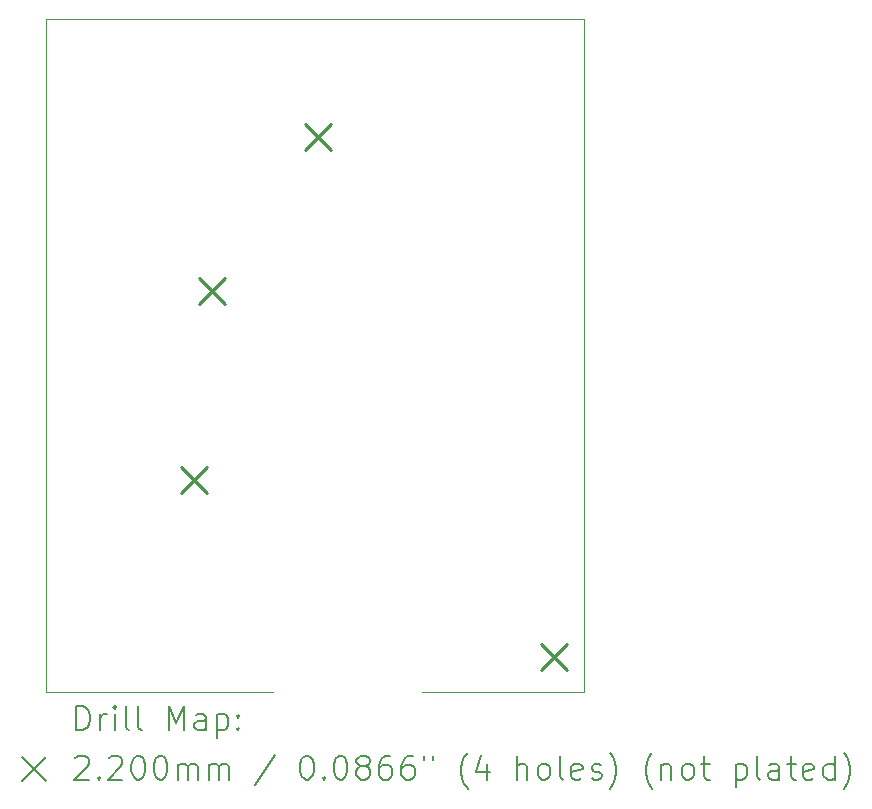
<source format=gbr>
%TF.GenerationSoftware,KiCad,Pcbnew,7.0.9-7.0.9~ubuntu22.04.1*%
%TF.CreationDate,2023-12-02T23:02:14+03:00*%
%TF.ProjectId,air-detector,6169722d-6465-4746-9563-746f722e6b69,rev?*%
%TF.SameCoordinates,Original*%
%TF.FileFunction,Drillmap*%
%TF.FilePolarity,Positive*%
%FSLAX45Y45*%
G04 Gerber Fmt 4.5, Leading zero omitted, Abs format (unit mm)*
G04 Created by KiCad (PCBNEW 7.0.9-7.0.9~ubuntu22.04.1) date 2023-12-02 23:02:14*
%MOMM*%
%LPD*%
G01*
G04 APERTURE LIST*
%ADD10C,0.100000*%
%ADD11C,0.200000*%
%ADD12C,0.220000*%
G04 APERTURE END LIST*
D10*
X6500000Y-3200000D02*
X6500000Y-8900000D01*
X11050000Y-8900000D02*
X11050000Y-3200000D01*
X11050000Y-3200000D02*
X6500000Y-3200000D01*
X6500000Y-8900000D02*
X8420000Y-8900000D01*
X9680000Y-8900000D02*
X11050000Y-8900000D01*
D11*
D12*
X7640000Y-6990000D02*
X7860000Y-7210000D01*
X7860000Y-6990000D02*
X7640000Y-7210000D01*
X7790000Y-5390000D02*
X8010000Y-5610000D01*
X8010000Y-5390000D02*
X7790000Y-5610000D01*
X8690000Y-4090000D02*
X8910000Y-4310000D01*
X8910000Y-4090000D02*
X8690000Y-4310000D01*
X10690000Y-8490000D02*
X10910000Y-8710000D01*
X10910000Y-8490000D02*
X10690000Y-8710000D01*
D11*
X6755777Y-9217484D02*
X6755777Y-9017484D01*
X6755777Y-9017484D02*
X6803396Y-9017484D01*
X6803396Y-9017484D02*
X6831967Y-9027008D01*
X6831967Y-9027008D02*
X6851015Y-9046055D01*
X6851015Y-9046055D02*
X6860539Y-9065103D01*
X6860539Y-9065103D02*
X6870062Y-9103198D01*
X6870062Y-9103198D02*
X6870062Y-9131770D01*
X6870062Y-9131770D02*
X6860539Y-9169865D01*
X6860539Y-9169865D02*
X6851015Y-9188912D01*
X6851015Y-9188912D02*
X6831967Y-9207960D01*
X6831967Y-9207960D02*
X6803396Y-9217484D01*
X6803396Y-9217484D02*
X6755777Y-9217484D01*
X6955777Y-9217484D02*
X6955777Y-9084150D01*
X6955777Y-9122246D02*
X6965301Y-9103198D01*
X6965301Y-9103198D02*
X6974824Y-9093674D01*
X6974824Y-9093674D02*
X6993872Y-9084150D01*
X6993872Y-9084150D02*
X7012920Y-9084150D01*
X7079586Y-9217484D02*
X7079586Y-9084150D01*
X7079586Y-9017484D02*
X7070062Y-9027008D01*
X7070062Y-9027008D02*
X7079586Y-9036531D01*
X7079586Y-9036531D02*
X7089110Y-9027008D01*
X7089110Y-9027008D02*
X7079586Y-9017484D01*
X7079586Y-9017484D02*
X7079586Y-9036531D01*
X7203396Y-9217484D02*
X7184348Y-9207960D01*
X7184348Y-9207960D02*
X7174824Y-9188912D01*
X7174824Y-9188912D02*
X7174824Y-9017484D01*
X7308158Y-9217484D02*
X7289110Y-9207960D01*
X7289110Y-9207960D02*
X7279586Y-9188912D01*
X7279586Y-9188912D02*
X7279586Y-9017484D01*
X7536729Y-9217484D02*
X7536729Y-9017484D01*
X7536729Y-9017484D02*
X7603396Y-9160341D01*
X7603396Y-9160341D02*
X7670062Y-9017484D01*
X7670062Y-9017484D02*
X7670062Y-9217484D01*
X7851015Y-9217484D02*
X7851015Y-9112722D01*
X7851015Y-9112722D02*
X7841491Y-9093674D01*
X7841491Y-9093674D02*
X7822443Y-9084150D01*
X7822443Y-9084150D02*
X7784348Y-9084150D01*
X7784348Y-9084150D02*
X7765301Y-9093674D01*
X7851015Y-9207960D02*
X7831967Y-9217484D01*
X7831967Y-9217484D02*
X7784348Y-9217484D01*
X7784348Y-9217484D02*
X7765301Y-9207960D01*
X7765301Y-9207960D02*
X7755777Y-9188912D01*
X7755777Y-9188912D02*
X7755777Y-9169865D01*
X7755777Y-9169865D02*
X7765301Y-9150817D01*
X7765301Y-9150817D02*
X7784348Y-9141293D01*
X7784348Y-9141293D02*
X7831967Y-9141293D01*
X7831967Y-9141293D02*
X7851015Y-9131770D01*
X7946253Y-9084150D02*
X7946253Y-9284150D01*
X7946253Y-9093674D02*
X7965301Y-9084150D01*
X7965301Y-9084150D02*
X8003396Y-9084150D01*
X8003396Y-9084150D02*
X8022443Y-9093674D01*
X8022443Y-9093674D02*
X8031967Y-9103198D01*
X8031967Y-9103198D02*
X8041491Y-9122246D01*
X8041491Y-9122246D02*
X8041491Y-9179389D01*
X8041491Y-9179389D02*
X8031967Y-9198436D01*
X8031967Y-9198436D02*
X8022443Y-9207960D01*
X8022443Y-9207960D02*
X8003396Y-9217484D01*
X8003396Y-9217484D02*
X7965301Y-9217484D01*
X7965301Y-9217484D02*
X7946253Y-9207960D01*
X8127205Y-9198436D02*
X8136729Y-9207960D01*
X8136729Y-9207960D02*
X8127205Y-9217484D01*
X8127205Y-9217484D02*
X8117682Y-9207960D01*
X8117682Y-9207960D02*
X8127205Y-9198436D01*
X8127205Y-9198436D02*
X8127205Y-9217484D01*
X8127205Y-9093674D02*
X8136729Y-9103198D01*
X8136729Y-9103198D02*
X8127205Y-9112722D01*
X8127205Y-9112722D02*
X8117682Y-9103198D01*
X8117682Y-9103198D02*
X8127205Y-9093674D01*
X8127205Y-9093674D02*
X8127205Y-9112722D01*
X6295000Y-9446000D02*
X6495000Y-9646000D01*
X6495000Y-9446000D02*
X6295000Y-9646000D01*
X6746253Y-9456531D02*
X6755777Y-9447008D01*
X6755777Y-9447008D02*
X6774824Y-9437484D01*
X6774824Y-9437484D02*
X6822443Y-9437484D01*
X6822443Y-9437484D02*
X6841491Y-9447008D01*
X6841491Y-9447008D02*
X6851015Y-9456531D01*
X6851015Y-9456531D02*
X6860539Y-9475579D01*
X6860539Y-9475579D02*
X6860539Y-9494627D01*
X6860539Y-9494627D02*
X6851015Y-9523198D01*
X6851015Y-9523198D02*
X6736729Y-9637484D01*
X6736729Y-9637484D02*
X6860539Y-9637484D01*
X6946253Y-9618436D02*
X6955777Y-9627960D01*
X6955777Y-9627960D02*
X6946253Y-9637484D01*
X6946253Y-9637484D02*
X6936729Y-9627960D01*
X6936729Y-9627960D02*
X6946253Y-9618436D01*
X6946253Y-9618436D02*
X6946253Y-9637484D01*
X7031967Y-9456531D02*
X7041491Y-9447008D01*
X7041491Y-9447008D02*
X7060539Y-9437484D01*
X7060539Y-9437484D02*
X7108158Y-9437484D01*
X7108158Y-9437484D02*
X7127205Y-9447008D01*
X7127205Y-9447008D02*
X7136729Y-9456531D01*
X7136729Y-9456531D02*
X7146253Y-9475579D01*
X7146253Y-9475579D02*
X7146253Y-9494627D01*
X7146253Y-9494627D02*
X7136729Y-9523198D01*
X7136729Y-9523198D02*
X7022443Y-9637484D01*
X7022443Y-9637484D02*
X7146253Y-9637484D01*
X7270062Y-9437484D02*
X7289110Y-9437484D01*
X7289110Y-9437484D02*
X7308158Y-9447008D01*
X7308158Y-9447008D02*
X7317682Y-9456531D01*
X7317682Y-9456531D02*
X7327205Y-9475579D01*
X7327205Y-9475579D02*
X7336729Y-9513674D01*
X7336729Y-9513674D02*
X7336729Y-9561293D01*
X7336729Y-9561293D02*
X7327205Y-9599389D01*
X7327205Y-9599389D02*
X7317682Y-9618436D01*
X7317682Y-9618436D02*
X7308158Y-9627960D01*
X7308158Y-9627960D02*
X7289110Y-9637484D01*
X7289110Y-9637484D02*
X7270062Y-9637484D01*
X7270062Y-9637484D02*
X7251015Y-9627960D01*
X7251015Y-9627960D02*
X7241491Y-9618436D01*
X7241491Y-9618436D02*
X7231967Y-9599389D01*
X7231967Y-9599389D02*
X7222443Y-9561293D01*
X7222443Y-9561293D02*
X7222443Y-9513674D01*
X7222443Y-9513674D02*
X7231967Y-9475579D01*
X7231967Y-9475579D02*
X7241491Y-9456531D01*
X7241491Y-9456531D02*
X7251015Y-9447008D01*
X7251015Y-9447008D02*
X7270062Y-9437484D01*
X7460539Y-9437484D02*
X7479586Y-9437484D01*
X7479586Y-9437484D02*
X7498634Y-9447008D01*
X7498634Y-9447008D02*
X7508158Y-9456531D01*
X7508158Y-9456531D02*
X7517682Y-9475579D01*
X7517682Y-9475579D02*
X7527205Y-9513674D01*
X7527205Y-9513674D02*
X7527205Y-9561293D01*
X7527205Y-9561293D02*
X7517682Y-9599389D01*
X7517682Y-9599389D02*
X7508158Y-9618436D01*
X7508158Y-9618436D02*
X7498634Y-9627960D01*
X7498634Y-9627960D02*
X7479586Y-9637484D01*
X7479586Y-9637484D02*
X7460539Y-9637484D01*
X7460539Y-9637484D02*
X7441491Y-9627960D01*
X7441491Y-9627960D02*
X7431967Y-9618436D01*
X7431967Y-9618436D02*
X7422443Y-9599389D01*
X7422443Y-9599389D02*
X7412920Y-9561293D01*
X7412920Y-9561293D02*
X7412920Y-9513674D01*
X7412920Y-9513674D02*
X7422443Y-9475579D01*
X7422443Y-9475579D02*
X7431967Y-9456531D01*
X7431967Y-9456531D02*
X7441491Y-9447008D01*
X7441491Y-9447008D02*
X7460539Y-9437484D01*
X7612920Y-9637484D02*
X7612920Y-9504150D01*
X7612920Y-9523198D02*
X7622443Y-9513674D01*
X7622443Y-9513674D02*
X7641491Y-9504150D01*
X7641491Y-9504150D02*
X7670063Y-9504150D01*
X7670063Y-9504150D02*
X7689110Y-9513674D01*
X7689110Y-9513674D02*
X7698634Y-9532722D01*
X7698634Y-9532722D02*
X7698634Y-9637484D01*
X7698634Y-9532722D02*
X7708158Y-9513674D01*
X7708158Y-9513674D02*
X7727205Y-9504150D01*
X7727205Y-9504150D02*
X7755777Y-9504150D01*
X7755777Y-9504150D02*
X7774824Y-9513674D01*
X7774824Y-9513674D02*
X7784348Y-9532722D01*
X7784348Y-9532722D02*
X7784348Y-9637484D01*
X7879586Y-9637484D02*
X7879586Y-9504150D01*
X7879586Y-9523198D02*
X7889110Y-9513674D01*
X7889110Y-9513674D02*
X7908158Y-9504150D01*
X7908158Y-9504150D02*
X7936729Y-9504150D01*
X7936729Y-9504150D02*
X7955777Y-9513674D01*
X7955777Y-9513674D02*
X7965301Y-9532722D01*
X7965301Y-9532722D02*
X7965301Y-9637484D01*
X7965301Y-9532722D02*
X7974824Y-9513674D01*
X7974824Y-9513674D02*
X7993872Y-9504150D01*
X7993872Y-9504150D02*
X8022443Y-9504150D01*
X8022443Y-9504150D02*
X8041491Y-9513674D01*
X8041491Y-9513674D02*
X8051015Y-9532722D01*
X8051015Y-9532722D02*
X8051015Y-9637484D01*
X8441491Y-9427960D02*
X8270063Y-9685103D01*
X8698634Y-9437484D02*
X8717682Y-9437484D01*
X8717682Y-9437484D02*
X8736729Y-9447008D01*
X8736729Y-9447008D02*
X8746253Y-9456531D01*
X8746253Y-9456531D02*
X8755777Y-9475579D01*
X8755777Y-9475579D02*
X8765301Y-9513674D01*
X8765301Y-9513674D02*
X8765301Y-9561293D01*
X8765301Y-9561293D02*
X8755777Y-9599389D01*
X8755777Y-9599389D02*
X8746253Y-9618436D01*
X8746253Y-9618436D02*
X8736729Y-9627960D01*
X8736729Y-9627960D02*
X8717682Y-9637484D01*
X8717682Y-9637484D02*
X8698634Y-9637484D01*
X8698634Y-9637484D02*
X8679587Y-9627960D01*
X8679587Y-9627960D02*
X8670063Y-9618436D01*
X8670063Y-9618436D02*
X8660539Y-9599389D01*
X8660539Y-9599389D02*
X8651015Y-9561293D01*
X8651015Y-9561293D02*
X8651015Y-9513674D01*
X8651015Y-9513674D02*
X8660539Y-9475579D01*
X8660539Y-9475579D02*
X8670063Y-9456531D01*
X8670063Y-9456531D02*
X8679587Y-9447008D01*
X8679587Y-9447008D02*
X8698634Y-9437484D01*
X8851015Y-9618436D02*
X8860539Y-9627960D01*
X8860539Y-9627960D02*
X8851015Y-9637484D01*
X8851015Y-9637484D02*
X8841491Y-9627960D01*
X8841491Y-9627960D02*
X8851015Y-9618436D01*
X8851015Y-9618436D02*
X8851015Y-9637484D01*
X8984348Y-9437484D02*
X9003396Y-9437484D01*
X9003396Y-9437484D02*
X9022444Y-9447008D01*
X9022444Y-9447008D02*
X9031968Y-9456531D01*
X9031968Y-9456531D02*
X9041491Y-9475579D01*
X9041491Y-9475579D02*
X9051015Y-9513674D01*
X9051015Y-9513674D02*
X9051015Y-9561293D01*
X9051015Y-9561293D02*
X9041491Y-9599389D01*
X9041491Y-9599389D02*
X9031968Y-9618436D01*
X9031968Y-9618436D02*
X9022444Y-9627960D01*
X9022444Y-9627960D02*
X9003396Y-9637484D01*
X9003396Y-9637484D02*
X8984348Y-9637484D01*
X8984348Y-9637484D02*
X8965301Y-9627960D01*
X8965301Y-9627960D02*
X8955777Y-9618436D01*
X8955777Y-9618436D02*
X8946253Y-9599389D01*
X8946253Y-9599389D02*
X8936729Y-9561293D01*
X8936729Y-9561293D02*
X8936729Y-9513674D01*
X8936729Y-9513674D02*
X8946253Y-9475579D01*
X8946253Y-9475579D02*
X8955777Y-9456531D01*
X8955777Y-9456531D02*
X8965301Y-9447008D01*
X8965301Y-9447008D02*
X8984348Y-9437484D01*
X9165301Y-9523198D02*
X9146253Y-9513674D01*
X9146253Y-9513674D02*
X9136729Y-9504150D01*
X9136729Y-9504150D02*
X9127206Y-9485103D01*
X9127206Y-9485103D02*
X9127206Y-9475579D01*
X9127206Y-9475579D02*
X9136729Y-9456531D01*
X9136729Y-9456531D02*
X9146253Y-9447008D01*
X9146253Y-9447008D02*
X9165301Y-9437484D01*
X9165301Y-9437484D02*
X9203396Y-9437484D01*
X9203396Y-9437484D02*
X9222444Y-9447008D01*
X9222444Y-9447008D02*
X9231968Y-9456531D01*
X9231968Y-9456531D02*
X9241491Y-9475579D01*
X9241491Y-9475579D02*
X9241491Y-9485103D01*
X9241491Y-9485103D02*
X9231968Y-9504150D01*
X9231968Y-9504150D02*
X9222444Y-9513674D01*
X9222444Y-9513674D02*
X9203396Y-9523198D01*
X9203396Y-9523198D02*
X9165301Y-9523198D01*
X9165301Y-9523198D02*
X9146253Y-9532722D01*
X9146253Y-9532722D02*
X9136729Y-9542246D01*
X9136729Y-9542246D02*
X9127206Y-9561293D01*
X9127206Y-9561293D02*
X9127206Y-9599389D01*
X9127206Y-9599389D02*
X9136729Y-9618436D01*
X9136729Y-9618436D02*
X9146253Y-9627960D01*
X9146253Y-9627960D02*
X9165301Y-9637484D01*
X9165301Y-9637484D02*
X9203396Y-9637484D01*
X9203396Y-9637484D02*
X9222444Y-9627960D01*
X9222444Y-9627960D02*
X9231968Y-9618436D01*
X9231968Y-9618436D02*
X9241491Y-9599389D01*
X9241491Y-9599389D02*
X9241491Y-9561293D01*
X9241491Y-9561293D02*
X9231968Y-9542246D01*
X9231968Y-9542246D02*
X9222444Y-9532722D01*
X9222444Y-9532722D02*
X9203396Y-9523198D01*
X9412920Y-9437484D02*
X9374825Y-9437484D01*
X9374825Y-9437484D02*
X9355777Y-9447008D01*
X9355777Y-9447008D02*
X9346253Y-9456531D01*
X9346253Y-9456531D02*
X9327206Y-9485103D01*
X9327206Y-9485103D02*
X9317682Y-9523198D01*
X9317682Y-9523198D02*
X9317682Y-9599389D01*
X9317682Y-9599389D02*
X9327206Y-9618436D01*
X9327206Y-9618436D02*
X9336729Y-9627960D01*
X9336729Y-9627960D02*
X9355777Y-9637484D01*
X9355777Y-9637484D02*
X9393872Y-9637484D01*
X9393872Y-9637484D02*
X9412920Y-9627960D01*
X9412920Y-9627960D02*
X9422444Y-9618436D01*
X9422444Y-9618436D02*
X9431968Y-9599389D01*
X9431968Y-9599389D02*
X9431968Y-9551770D01*
X9431968Y-9551770D02*
X9422444Y-9532722D01*
X9422444Y-9532722D02*
X9412920Y-9523198D01*
X9412920Y-9523198D02*
X9393872Y-9513674D01*
X9393872Y-9513674D02*
X9355777Y-9513674D01*
X9355777Y-9513674D02*
X9336729Y-9523198D01*
X9336729Y-9523198D02*
X9327206Y-9532722D01*
X9327206Y-9532722D02*
X9317682Y-9551770D01*
X9603396Y-9437484D02*
X9565301Y-9437484D01*
X9565301Y-9437484D02*
X9546253Y-9447008D01*
X9546253Y-9447008D02*
X9536729Y-9456531D01*
X9536729Y-9456531D02*
X9517682Y-9485103D01*
X9517682Y-9485103D02*
X9508158Y-9523198D01*
X9508158Y-9523198D02*
X9508158Y-9599389D01*
X9508158Y-9599389D02*
X9517682Y-9618436D01*
X9517682Y-9618436D02*
X9527206Y-9627960D01*
X9527206Y-9627960D02*
X9546253Y-9637484D01*
X9546253Y-9637484D02*
X9584349Y-9637484D01*
X9584349Y-9637484D02*
X9603396Y-9627960D01*
X9603396Y-9627960D02*
X9612920Y-9618436D01*
X9612920Y-9618436D02*
X9622444Y-9599389D01*
X9622444Y-9599389D02*
X9622444Y-9551770D01*
X9622444Y-9551770D02*
X9612920Y-9532722D01*
X9612920Y-9532722D02*
X9603396Y-9523198D01*
X9603396Y-9523198D02*
X9584349Y-9513674D01*
X9584349Y-9513674D02*
X9546253Y-9513674D01*
X9546253Y-9513674D02*
X9527206Y-9523198D01*
X9527206Y-9523198D02*
X9517682Y-9532722D01*
X9517682Y-9532722D02*
X9508158Y-9551770D01*
X9698634Y-9437484D02*
X9698634Y-9475579D01*
X9774825Y-9437484D02*
X9774825Y-9475579D01*
X10070063Y-9713674D02*
X10060539Y-9704150D01*
X10060539Y-9704150D02*
X10041491Y-9675579D01*
X10041491Y-9675579D02*
X10031968Y-9656531D01*
X10031968Y-9656531D02*
X10022444Y-9627960D01*
X10022444Y-9627960D02*
X10012920Y-9580341D01*
X10012920Y-9580341D02*
X10012920Y-9542246D01*
X10012920Y-9542246D02*
X10022444Y-9494627D01*
X10022444Y-9494627D02*
X10031968Y-9466055D01*
X10031968Y-9466055D02*
X10041491Y-9447008D01*
X10041491Y-9447008D02*
X10060539Y-9418436D01*
X10060539Y-9418436D02*
X10070063Y-9408912D01*
X10231968Y-9504150D02*
X10231968Y-9637484D01*
X10184349Y-9427960D02*
X10136730Y-9570817D01*
X10136730Y-9570817D02*
X10260539Y-9570817D01*
X10489111Y-9637484D02*
X10489111Y-9437484D01*
X10574825Y-9637484D02*
X10574825Y-9532722D01*
X10574825Y-9532722D02*
X10565301Y-9513674D01*
X10565301Y-9513674D02*
X10546253Y-9504150D01*
X10546253Y-9504150D02*
X10517682Y-9504150D01*
X10517682Y-9504150D02*
X10498634Y-9513674D01*
X10498634Y-9513674D02*
X10489111Y-9523198D01*
X10698634Y-9637484D02*
X10679587Y-9627960D01*
X10679587Y-9627960D02*
X10670063Y-9618436D01*
X10670063Y-9618436D02*
X10660539Y-9599389D01*
X10660539Y-9599389D02*
X10660539Y-9542246D01*
X10660539Y-9542246D02*
X10670063Y-9523198D01*
X10670063Y-9523198D02*
X10679587Y-9513674D01*
X10679587Y-9513674D02*
X10698634Y-9504150D01*
X10698634Y-9504150D02*
X10727206Y-9504150D01*
X10727206Y-9504150D02*
X10746253Y-9513674D01*
X10746253Y-9513674D02*
X10755777Y-9523198D01*
X10755777Y-9523198D02*
X10765301Y-9542246D01*
X10765301Y-9542246D02*
X10765301Y-9599389D01*
X10765301Y-9599389D02*
X10755777Y-9618436D01*
X10755777Y-9618436D02*
X10746253Y-9627960D01*
X10746253Y-9627960D02*
X10727206Y-9637484D01*
X10727206Y-9637484D02*
X10698634Y-9637484D01*
X10879587Y-9637484D02*
X10860539Y-9627960D01*
X10860539Y-9627960D02*
X10851015Y-9608912D01*
X10851015Y-9608912D02*
X10851015Y-9437484D01*
X11031968Y-9627960D02*
X11012920Y-9637484D01*
X11012920Y-9637484D02*
X10974825Y-9637484D01*
X10974825Y-9637484D02*
X10955777Y-9627960D01*
X10955777Y-9627960D02*
X10946253Y-9608912D01*
X10946253Y-9608912D02*
X10946253Y-9532722D01*
X10946253Y-9532722D02*
X10955777Y-9513674D01*
X10955777Y-9513674D02*
X10974825Y-9504150D01*
X10974825Y-9504150D02*
X11012920Y-9504150D01*
X11012920Y-9504150D02*
X11031968Y-9513674D01*
X11031968Y-9513674D02*
X11041492Y-9532722D01*
X11041492Y-9532722D02*
X11041492Y-9551770D01*
X11041492Y-9551770D02*
X10946253Y-9570817D01*
X11117682Y-9627960D02*
X11136730Y-9637484D01*
X11136730Y-9637484D02*
X11174825Y-9637484D01*
X11174825Y-9637484D02*
X11193872Y-9627960D01*
X11193872Y-9627960D02*
X11203396Y-9608912D01*
X11203396Y-9608912D02*
X11203396Y-9599389D01*
X11203396Y-9599389D02*
X11193872Y-9580341D01*
X11193872Y-9580341D02*
X11174825Y-9570817D01*
X11174825Y-9570817D02*
X11146253Y-9570817D01*
X11146253Y-9570817D02*
X11127206Y-9561293D01*
X11127206Y-9561293D02*
X11117682Y-9542246D01*
X11117682Y-9542246D02*
X11117682Y-9532722D01*
X11117682Y-9532722D02*
X11127206Y-9513674D01*
X11127206Y-9513674D02*
X11146253Y-9504150D01*
X11146253Y-9504150D02*
X11174825Y-9504150D01*
X11174825Y-9504150D02*
X11193872Y-9513674D01*
X11270063Y-9713674D02*
X11279587Y-9704150D01*
X11279587Y-9704150D02*
X11298634Y-9675579D01*
X11298634Y-9675579D02*
X11308158Y-9656531D01*
X11308158Y-9656531D02*
X11317682Y-9627960D01*
X11317682Y-9627960D02*
X11327206Y-9580341D01*
X11327206Y-9580341D02*
X11327206Y-9542246D01*
X11327206Y-9542246D02*
X11317682Y-9494627D01*
X11317682Y-9494627D02*
X11308158Y-9466055D01*
X11308158Y-9466055D02*
X11298634Y-9447008D01*
X11298634Y-9447008D02*
X11279587Y-9418436D01*
X11279587Y-9418436D02*
X11270063Y-9408912D01*
X11631968Y-9713674D02*
X11622444Y-9704150D01*
X11622444Y-9704150D02*
X11603396Y-9675579D01*
X11603396Y-9675579D02*
X11593872Y-9656531D01*
X11593872Y-9656531D02*
X11584349Y-9627960D01*
X11584349Y-9627960D02*
X11574825Y-9580341D01*
X11574825Y-9580341D02*
X11574825Y-9542246D01*
X11574825Y-9542246D02*
X11584349Y-9494627D01*
X11584349Y-9494627D02*
X11593872Y-9466055D01*
X11593872Y-9466055D02*
X11603396Y-9447008D01*
X11603396Y-9447008D02*
X11622444Y-9418436D01*
X11622444Y-9418436D02*
X11631968Y-9408912D01*
X11708158Y-9504150D02*
X11708158Y-9637484D01*
X11708158Y-9523198D02*
X11717682Y-9513674D01*
X11717682Y-9513674D02*
X11736730Y-9504150D01*
X11736730Y-9504150D02*
X11765301Y-9504150D01*
X11765301Y-9504150D02*
X11784349Y-9513674D01*
X11784349Y-9513674D02*
X11793872Y-9532722D01*
X11793872Y-9532722D02*
X11793872Y-9637484D01*
X11917682Y-9637484D02*
X11898634Y-9627960D01*
X11898634Y-9627960D02*
X11889111Y-9618436D01*
X11889111Y-9618436D02*
X11879587Y-9599389D01*
X11879587Y-9599389D02*
X11879587Y-9542246D01*
X11879587Y-9542246D02*
X11889111Y-9523198D01*
X11889111Y-9523198D02*
X11898634Y-9513674D01*
X11898634Y-9513674D02*
X11917682Y-9504150D01*
X11917682Y-9504150D02*
X11946253Y-9504150D01*
X11946253Y-9504150D02*
X11965301Y-9513674D01*
X11965301Y-9513674D02*
X11974825Y-9523198D01*
X11974825Y-9523198D02*
X11984349Y-9542246D01*
X11984349Y-9542246D02*
X11984349Y-9599389D01*
X11984349Y-9599389D02*
X11974825Y-9618436D01*
X11974825Y-9618436D02*
X11965301Y-9627960D01*
X11965301Y-9627960D02*
X11946253Y-9637484D01*
X11946253Y-9637484D02*
X11917682Y-9637484D01*
X12041492Y-9504150D02*
X12117682Y-9504150D01*
X12070063Y-9437484D02*
X12070063Y-9608912D01*
X12070063Y-9608912D02*
X12079587Y-9627960D01*
X12079587Y-9627960D02*
X12098634Y-9637484D01*
X12098634Y-9637484D02*
X12117682Y-9637484D01*
X12336730Y-9504150D02*
X12336730Y-9704150D01*
X12336730Y-9513674D02*
X12355777Y-9504150D01*
X12355777Y-9504150D02*
X12393873Y-9504150D01*
X12393873Y-9504150D02*
X12412920Y-9513674D01*
X12412920Y-9513674D02*
X12422444Y-9523198D01*
X12422444Y-9523198D02*
X12431968Y-9542246D01*
X12431968Y-9542246D02*
X12431968Y-9599389D01*
X12431968Y-9599389D02*
X12422444Y-9618436D01*
X12422444Y-9618436D02*
X12412920Y-9627960D01*
X12412920Y-9627960D02*
X12393873Y-9637484D01*
X12393873Y-9637484D02*
X12355777Y-9637484D01*
X12355777Y-9637484D02*
X12336730Y-9627960D01*
X12546253Y-9637484D02*
X12527206Y-9627960D01*
X12527206Y-9627960D02*
X12517682Y-9608912D01*
X12517682Y-9608912D02*
X12517682Y-9437484D01*
X12708158Y-9637484D02*
X12708158Y-9532722D01*
X12708158Y-9532722D02*
X12698634Y-9513674D01*
X12698634Y-9513674D02*
X12679587Y-9504150D01*
X12679587Y-9504150D02*
X12641492Y-9504150D01*
X12641492Y-9504150D02*
X12622444Y-9513674D01*
X12708158Y-9627960D02*
X12689111Y-9637484D01*
X12689111Y-9637484D02*
X12641492Y-9637484D01*
X12641492Y-9637484D02*
X12622444Y-9627960D01*
X12622444Y-9627960D02*
X12612920Y-9608912D01*
X12612920Y-9608912D02*
X12612920Y-9589865D01*
X12612920Y-9589865D02*
X12622444Y-9570817D01*
X12622444Y-9570817D02*
X12641492Y-9561293D01*
X12641492Y-9561293D02*
X12689111Y-9561293D01*
X12689111Y-9561293D02*
X12708158Y-9551770D01*
X12774825Y-9504150D02*
X12851015Y-9504150D01*
X12803396Y-9437484D02*
X12803396Y-9608912D01*
X12803396Y-9608912D02*
X12812920Y-9627960D01*
X12812920Y-9627960D02*
X12831968Y-9637484D01*
X12831968Y-9637484D02*
X12851015Y-9637484D01*
X12993873Y-9627960D02*
X12974825Y-9637484D01*
X12974825Y-9637484D02*
X12936730Y-9637484D01*
X12936730Y-9637484D02*
X12917682Y-9627960D01*
X12917682Y-9627960D02*
X12908158Y-9608912D01*
X12908158Y-9608912D02*
X12908158Y-9532722D01*
X12908158Y-9532722D02*
X12917682Y-9513674D01*
X12917682Y-9513674D02*
X12936730Y-9504150D01*
X12936730Y-9504150D02*
X12974825Y-9504150D01*
X12974825Y-9504150D02*
X12993873Y-9513674D01*
X12993873Y-9513674D02*
X13003396Y-9532722D01*
X13003396Y-9532722D02*
X13003396Y-9551770D01*
X13003396Y-9551770D02*
X12908158Y-9570817D01*
X13174825Y-9637484D02*
X13174825Y-9437484D01*
X13174825Y-9627960D02*
X13155777Y-9637484D01*
X13155777Y-9637484D02*
X13117682Y-9637484D01*
X13117682Y-9637484D02*
X13098634Y-9627960D01*
X13098634Y-9627960D02*
X13089111Y-9618436D01*
X13089111Y-9618436D02*
X13079587Y-9599389D01*
X13079587Y-9599389D02*
X13079587Y-9542246D01*
X13079587Y-9542246D02*
X13089111Y-9523198D01*
X13089111Y-9523198D02*
X13098634Y-9513674D01*
X13098634Y-9513674D02*
X13117682Y-9504150D01*
X13117682Y-9504150D02*
X13155777Y-9504150D01*
X13155777Y-9504150D02*
X13174825Y-9513674D01*
X13251015Y-9713674D02*
X13260539Y-9704150D01*
X13260539Y-9704150D02*
X13279587Y-9675579D01*
X13279587Y-9675579D02*
X13289111Y-9656531D01*
X13289111Y-9656531D02*
X13298634Y-9627960D01*
X13298634Y-9627960D02*
X13308158Y-9580341D01*
X13308158Y-9580341D02*
X13308158Y-9542246D01*
X13308158Y-9542246D02*
X13298634Y-9494627D01*
X13298634Y-9494627D02*
X13289111Y-9466055D01*
X13289111Y-9466055D02*
X13279587Y-9447008D01*
X13279587Y-9447008D02*
X13260539Y-9418436D01*
X13260539Y-9418436D02*
X13251015Y-9408912D01*
M02*

</source>
